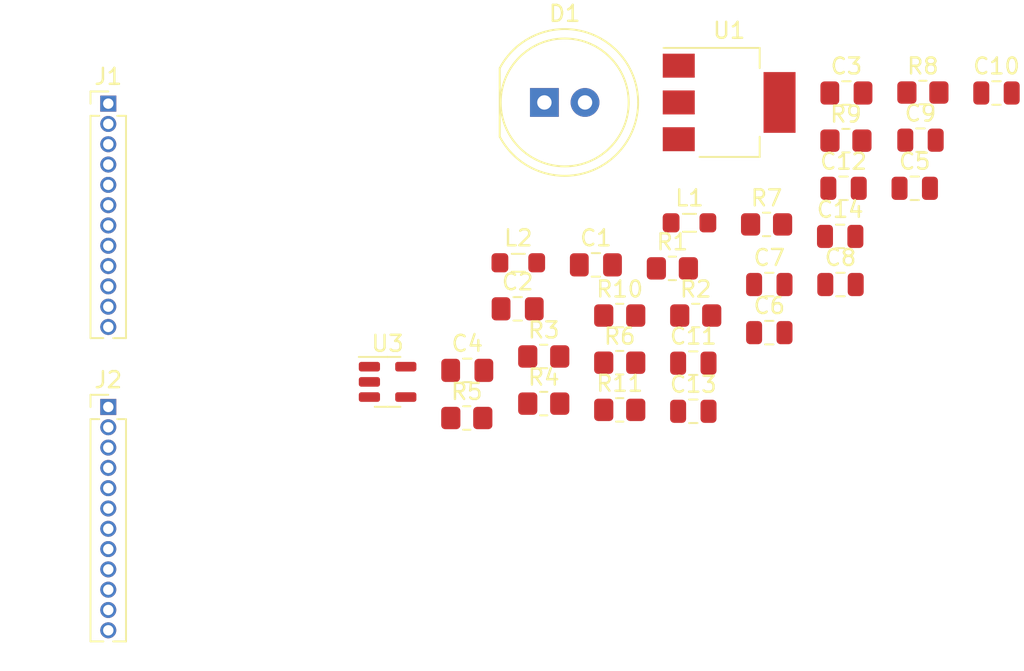
<source format=kicad_pcb>
(kicad_pcb (version 20211014) (generator pcbnew)
  (layers (0 "F.Cu" signal) (31 "B.Cu" signal) (34 "B.Paste" user) (35 "F.Paste" user) (36 "B.SilkS" user "B.Silkscreen") (37 "F.SilkS" user "F.Silkscreen") (38 "B.Mask" user) (39 "F.Mask" user) (44 "Edge.Cuts" user))
  (net 0 "")
  (net 1 "GND")
  (net 2 "+3.3V")
  (net 3 "VBUS")
  (net 4 "Net-(C12-Pad2)")
  (net 5 "Net-(C13-Pad1)")
  (net 6 "+1V8")
  (net 7 "Net-(C3-Pad1)")
  (net 8 "Net-(C3-Pad2)")
  (net 9 "Net-(C4-Pad1)")
  (net 10 "Net-(C4-Pad2)")
  (net 11 "Net-(C5-Pad2)")
  (net 12 "Net-(C8-Pad2)")
  (net 13 "Net-(C10-Pad2)")
  (net 14 "Net-(D1-Pad1)")
  (net 37 "+5V")
  (net 38 "Net-(R2-Pad2)")
  (net 39 "Net-(R3-Pad2)")
  (net 40 "Net-(R4-Pad1)")
  (net 41 "BCKB")
  (net 42 "Net-(R5-Pad1)")
  (net 43 "BCKA")
  (net 44 "Net-(R6-Pad1)")
  (net 45 "LRCKB")
  (net 46 "Net-(R7-Pad1)")
  (net 47 "LRCKA")
  (net 48 "Net-(R8-Pad1)")
  (net 49 "SDINB")
  (net 50 "Net-(R9-Pad1)")
  (net 51 "SDINA")
  (net 52 "Net-(R10-Pad1)")
  (net 53 "SDOUTB")
  (net 54 "Net-(R11-Pad1)")
  (net 55 "SDOUTA")
  (footprint "Connector_PinHeader_1.27mm:PinHeader_1x12_P1.27mm_Vertical" (layer "F.Cu") (at 104.14 76.275)
    (fp_text reference "J1" (at 0 -1.695) (layer "F.SilkS"))
    (fp_text value "Conn_01x12_Male")
    (fp_line (start -1.11 0) (end -1.11 -0.76) (layer "F.SilkS") (width 0.12))
    (fp_line (start 0.563471 0.76) (end 1.11 0.76) (layer "F.SilkS") (width 0.12))
    (fp_line (start 0.30753 14.665) (end 1.11 14.665) (layer "F.SilkS") (width 0.12))
    (fp_line (start -1.11 -0.76) (end 0 -0.76) (layer "F.SilkS") (width 0.12))
    (fp_line (start -1.11 0.76) (end -0.563471 0.76) (layer "F.SilkS") (width 0.12))
    (fp_line (start -1.11 0.76) (end -1.11 14.665) (layer "F.SilkS") (width 0.12))
    (fp_line (start 1.11 0.76) (end 1.11 14.665) (layer "F.SilkS") (width 0.12))
    (fp_line (start -1.11 14.665) (end -0.30753 14.665) (layer "F.SilkS") (width 0.12))
    (pad "1" thru_hole rect (at 0 0) (size 1 1) (drill 0.65) (layers *.Cu *.Mask) (net 3 "VBUS"))
    (pad "2" thru_hole oval (at 0 1.27) (size 1 1) (drill 0.65) (layers *.Cu *.Mask))
    (pad "3" thru_hole oval (at 0 2.54) (size 1 1) (drill 0.65) (layers *.Cu *.Mask))
    (pad "4" thru_hole oval (at 0 3.81) (size 1 1) (drill 0.65) (layers *.Cu *.Mask))
    (pad "5" thru_hole oval (at 0 5.08) (size 1 1) (drill 0.65) (layers *.Cu *.Mask))
    (pad "6" thru_hole oval (at 0 6.35) (size 1 1) (drill 0.65) (layers *.Cu *.Mask))
    (pad "7" thru_hole oval (at 0 7.62) (size 1 1) (drill 0.65) (layers *.Cu *.Mask))
    (pad "8" thru_hole oval (at 0 8.89) (size 1 1) (drill 0.65) (layers *.Cu *.Mask))
    (pad "9" thru_hole oval (at 0 10.16) (size 1 1) (drill 0.65) (layers *.Cu *.Mask))
    (pad "10" thru_hole oval (at 0 11.43) (size 1 1) (drill 0.65) (layers *.Cu *.Mask))
    (pad "11" thru_hole oval (at 0 12.7) (size 1 1) (drill 0.65) (layers *.Cu *.Mask))
    (pad "12" thru_hole oval (at 0 13.97) (size 1 1) (drill 0.65) (layers *.Cu *.Mask) (net 1 "GND"))
  )
  (footprint "Connector_PinHeader_1.27mm:PinHeader_1x12_P1.27mm_Vertical" (layer "F.Cu") (at 104.14 95.25)
    (fp_text reference "J2" (at 0 -1.695) (layer "F.SilkS"))
    (fp_text value "Conn_01x12_Male")
    (fp_line (start 0.563471 0.76) (end 1.11 0.76) (layer "F.SilkS") (width 0.12))
    (fp_line (start 1.11 0.76) (end 1.11 14.665) (layer "F.SilkS") (width 0.12))
    (fp_line (start -1.11 0.76) (end -0.563471 0.76) (layer "F.SilkS") (width 0.12))
    (fp_line (start -1.11 -0.76) (end 0 -0.76) (layer "F.SilkS") (width 0.12))
    (fp_line (start 0.30753 14.665) (end 1.11 14.665) (layer "F.SilkS") (width 0.12))
    (fp_line (start -1.11 0) (end -1.11 -0.76) (layer "F.SilkS") (width 0.12))
    (fp_line (start -1.11 0.76) (end -1.11 14.665) (layer "F.SilkS") (width 0.12))
    (fp_line (start -1.11 14.665) (end -0.30753 14.665) (layer "F.SilkS") (width 0.12))
    (pad "1" thru_hole rect (at 0 0) (size 1 1) (drill 0.65) (layers *.Cu *.Mask))
    (pad "2" thru_hole oval (at 0 1.27) (size 1 1) (drill 0.65) (layers *.Cu *.Mask))
    (pad "3" thru_hole oval (at 0 2.54) (size 1 1) (drill 0.65) (layers *.Cu *.Mask))
    (pad "4" thru_hole oval (at 0 3.81) (size 1 1) (drill 0.65) (layers *.Cu *.Mask))
    (pad "5" thru_hole oval (at 0 5.08) (size 1 1) (drill 0.65) (layers *.Cu *.Mask))
    (pad "6" thru_hole oval (at 0 6.35) (size 1 1) (drill 0.65) (layers *.Cu *.Mask))
    (pad "7" thru_hole oval (at 0 7.62) (size 1 1) (drill 0.65) (layers *.Cu *.Mask))
    (pad "8" thru_hole oval (at 0 8.89) (size 1 1) (drill 0.65) (layers *.Cu *.Mask))
    (pad "9" thru_hole oval (at 0 10.16) (size 1 1) (drill 0.65) (layers *.Cu *.Mask))
    (pad "10" thru_hole oval (at 0 11.43) (size 1 1) (drill 0.65) (layers *.Cu *.Mask))
    (pad "11" thru_hole oval (at 0 12.7) (size 1 1) (drill 0.65) (layers *.Cu *.Mask))
    (pad "12" thru_hole oval (at 0 13.97) (size 1 1) (drill 0.65) (layers *.Cu *.Mask))
  )
  (footprint "Package_TO_SOT_SMD:SOT-23-5" (layer "F.Cu") (at 121.6 93.68)
    (fp_text reference "U3" (at 0 -2.4) (layer "F.SilkS"))
    (fp_text value "TPS79318-EP")
    (fp_line (start 0 1.56) (end -0.8 1.56) (layer "F.SilkS") (width 0.12))
    (fp_line (start 0 -1.56) (end 0.8 -1.56) (layer "F.SilkS") (width 0.12))
    (fp_line (start 0 -1.56) (end -1.8 -1.56) (layer "F.SilkS") (width 0.12))
    (fp_line (start 0 1.56) (end 0.8 1.56) (layer "F.SilkS") (width 0.12))
    (pad "1" smd roundrect (at -1.1375 -0.95) (size 1.325 0.6) (layers "F.Cu" "F.Paste" "F.Mask") (net 2 "+3.3V"))
    (pad "2" smd roundrect (at -1.1375 0) (size 1.325 0.6) (layers "F.Cu" "F.Paste" "F.Mask") (net 4 "Net-(C12-Pad2)"))
    (pad "3" smd roundrect (at -1.1375 0.95) (size 1.325 0.6) (layers "F.Cu" "F.Paste" "F.Mask") (net 2 "+3.3V"))
    (pad "4" smd roundrect (at 1.1375 0.95) (size 1.325 0.6) (layers "F.Cu" "F.Paste" "F.Mask") (net 5 "Net-(C13-Pad1)"))
    (pad "5" smd roundrect (at 1.1375 -0.95) (size 1.325 0.6) (layers "F.Cu" "F.Paste" "F.Mask") (net 6 "+1V8"))
  )
  (footprint "Package_TO_SOT_SMD:SOT-223-3_TabPin2" (layer "F.Cu") (at 142.95 76.2)
    (fp_text reference "U1" (at 0 -4.5) (layer "F.SilkS"))
    (fp_text value "AMS1117-3.3")
    (fp_line (start 1.91 3.41) (end 1.91 2.15) (layer "F.SilkS") (width 0.12))
    (fp_line (start -1.85 3.41) (end 1.91 3.41) (layer "F.SilkS") (width 0.12))
    (fp_line (start -4.1 -3.41) (end 1.91 -3.41) (layer "F.SilkS") (width 0.12))
    (fp_line (start 1.91 -3.41) (end 1.91 -2.15) (layer "F.SilkS") (width 0.12))
    (pad "1" smd rect (at -3.15 -2.3) (size 2 1.5) (layers "F.Cu" "F.Paste" "F.Mask") (net 1 "GND"))
    (pad "2" smd rect (at -3.15 0) (size 2 1.5) (layers "F.Cu" "F.Paste" "F.Mask") (net 2 "+3.3V"))
    (pad "2" smd rect (at 3.15 0) (size 2 3.8) (layers "F.Cu" "F.Paste" "F.Mask") (net 2 "+3.3V"))
    (pad "3" smd rect (at -3.15 2.3) (size 2 1.5) (layers "F.Cu" "F.Paste" "F.Mask") (net 3 "VBUS"))
  )
  (footprint "Capacitor_SMD:C_0805_2012Metric" (layer "F.Cu") (at 149.91 87.59)
    (fp_text reference "C8" (at 0 -1.68) (layer "F.SilkS"))
    (fp_text value "10u")
    (fp_line (start -0.261252 0.735) (end 0.261252 0.735) (layer "F.SilkS") (width 0.12))
    (fp_line (start -0.261252 -0.735) (end 0.261252 -0.735) (layer "F.SilkS") (width 0.12))
    (pad "1" smd roundrect (at -0.95 0) (size 1 1.45) (layers "F.Cu" "F.Paste" "F.Mask") (net 2 "+3.3V"))
    (pad "2" smd roundrect (at 0.95 0) (size 1 1.45) (layers "F.Cu" "F.Paste" "F.Mask") (net 12 "Net-(C8-Pad2)"))
  )
  (footprint "Capacitor_SMD:C_0805_2012Metric" (layer "F.Cu") (at 145.46 87.59)
    (fp_text reference "C7" (at 0 -1.68) (layer "F.SilkS"))
    (fp_text value "100n")
    (fp_line (start -0.261252 0.735) (end 0.261252 0.735) (layer "F.SilkS") (width 0.12))
    (fp_line (start -0.261252 -0.735) (end 0.261252 -0.735) (layer "F.SilkS") (width 0.12))
    (pad "1" smd roundrect (at -0.95 0) (size 1 1.45) (layers "F.Cu" "F.Paste" "F.Mask") (net 2 "+3.3V"))
    (pad "2" smd roundrect (at 0.95 0) (size 1 1.45) (layers "F.Cu" "F.Paste" "F.Mask") (net 11 "Net-(C5-Pad2)"))
  )
  (footprint "Capacitor_SMD:C_0805_2012Metric" (layer "F.Cu") (at 154.91 78.56)
    (fp_text reference "C9" (at 0 -1.68) (layer "F.SilkS"))
    (fp_text value "100n")
    (fp_line (start -0.261252 -0.735) (end 0.261252 -0.735) (layer "F.SilkS") (width 0.12))
    (fp_line (start -0.261252 0.735) (end 0.261252 0.735) (layer "F.SilkS") (width 0.12))
    (pad "1" smd roundrect (at -0.95 0) (size 1 1.45) (layers "F.Cu" "F.Paste" "F.Mask") (net 2 "+3.3V"))
    (pad "2" smd roundrect (at 0.95 0) (size 1 1.45) (layers "F.Cu" "F.Paste" "F.Mask") (net 12 "Net-(C8-Pad2)"))
  )
  (footprint "Capacitor_SMD:C_0805_2012Metric" (layer "F.Cu") (at 149.89 84.58)
    (fp_text reference "C14" (at 0 -1.68) (layer "F.SilkS"))
    (fp_text value "2.2u")
    (fp_line (start -0.261252 0.735) (end 0.261252 0.735) (layer "F.SilkS") (width 0.12))
    (fp_line (start -0.261252 -0.735) (end 0.261252 -0.735) (layer "F.SilkS") (width 0.12))
    (pad "1" smd roundrect (at -0.95 0) (size 1 1.45) (layers "F.Cu" "F.Paste" "F.Mask") (net 6 "+1V8"))
    (pad "2" smd roundrect (at 0.95 0) (size 1 1.45) (layers "F.Cu" "F.Paste" "F.Mask") (net 4 "Net-(C12-Pad2)"))
  )
  (footprint "LED_THT:LED_D8.0mm" (layer "F.Cu") (at 131.4 76.2)
    (fp_text reference "D1" (at 1.27 -5.56) (layer "F.SilkS"))
    (fp_text value "LED")
    (fp_line (start -2.79 -2.142) (end -2.79 2.142) (layer "F.SilkS") (width 0.12))
    (fp_arc (start -2.79 -2.141145) (mid 2.373119 -4.455472) (end 5.86 0.000486) (layer "F.SilkS") (width 0.12))
    (fp_arc (start 5.86 -0.000486) (mid 2.373119 4.455472) (end -2.79 2.141145) (layer "F.SilkS") (width 0.12))
    (fp_circle (center 1.27 0) (end 5.27 0) (layer "F.SilkS") (width 0.12) (fill none))
    (pad "1" thru_hole rect (at 0 0) (size 1.8 1.8) (drill 0.9) (layers *.Cu *.Mask) (net 14 "Net-(D1-Pad1)"))
    (pad "2" thru_hole circle (at 2.54 0) (size 1.8 1.8) (drill 0.9) (layers *.Cu *.Mask) (net 2 "+3.3V"))
  )
  (footprint "Resistor_SMD:R_0805_2012Metric_Pad1.20x1.40mm_HandSolder" (layer "F.Cu") (at 139.4 86.58)
    (fp_text reference "R1" (at 0 -1.65) (layer "F.SilkS"))
    (fp_text value "1k")
    (fp_line (start -0.227064 0.735) (end 0.227064 0.735) (layer "F.SilkS") (width 0.12))
    (fp_line (start -0.227064 -0.735) (end 0.227064 -0.735) (layer "F.SilkS") (width 0.12))
    (pad "1" smd roundrect (at -1 0) (size 1.2 1.4) (layers "F.Cu" "F.Paste" "F.Mask") (roundrect_rratio 0.208333) (net 14 "Net-(D1-Pad1)"))
    (pad "2" smd roundrect (at 1 0) (size 1.2 1.4) (layers "F.Cu" "F.Paste" "F.Mask") (roundrect_rratio 0.208333) (net 1 "GND"))
  )
  (footprint "Resistor_SMD:R_0805_2012Metric_Pad1.20x1.40mm_HandSolder" (layer "F.Cu") (at 150.25 78.59)
    (fp_text reference "R9" (at 0 -1.65) (layer "F.SilkS"))
    (fp_text value "100")
    (fp_line (start -0.227064 -0.735) (end 0.227064 -0.735) (layer "F.SilkS") (width 0.12))
    (fp_line (start -0.227064 0.735) (end 0.227064 0.735) (layer "F.SilkS") (width 0.12))
    (pad "1" smd roundrect (at -1 0) (size 1.2 1.4) (layers "F.Cu" "F.Paste" "F.Mask") (roundrect_rratio 0.208333) (net 50 "Net-(R9-Pad1)"))
    (pad "2" smd roundrect (at 1 0) (size 1.2 1.4) (layers "F.Cu" "F.Paste" "F.Mask") (roundrect_rratio 0.208333) (net 51 "SDINA"))
  )
  (footprint "Capacitor_SMD:C_0805_2012Metric" (layer "F.Cu") (at 154.55 81.57)
    (fp_text reference "C5" (at 0 -1.68) (layer "F.SilkS"))
    (fp_text value "10u")
    (fp_line (start -0.261252 -0.735) (end 0.261252 -0.735) (layer "F.SilkS") (width 0.12))
    (fp_line (start -0.261252 0.735) (end 0.261252 0.735) (layer "F.SilkS") (width 0.12))
    (pad "1" smd roundrect (at -0.95 0) (size 1 1.45) (layers "F.Cu" "F.Paste" "F.Mask") (net 2 "+3.3V"))
    (pad "2" smd roundrect (at 0.95 0) (size 1 1.45) (layers "F.Cu" "F.Paste" "F.Mask") (net 11 "Net-(C5-Pad2)"))
  )
  (footprint "Inductor_SMD:L_0805_2012Metric_Pad1.05x1.20mm_HandSolder" (layer "F.Cu") (at 129.77 86.23)
    (fp_text reference "L2" (at 0 -1.55) (layer "F.SilkS"))
    (fp_text value "47u")
    (fp_line (start -0.410242 0.56) (end 0.410242 0.56) (layer "F.SilkS") (width 0.12))
    (fp_line (start -0.410242 -0.56) (end 0.410242 -0.56) (layer "F.SilkS") (width 0.12))
    (pad "1" smd roundrect (at -1.15 0) (size 1.05 1.2) (layers "F.Cu" "F.Paste" "F.Mask") (roundrect_rratio 0.238095) (net 37 "+5V"))
    (pad "2" smd roundrect (at 1.15 0) (size 1.05 1.2) (layers "F.Cu" "F.Paste" "F.Mask") (roundrect_rratio 0.238095) (net 9 "Net-(C4-Pad1)"))
  )
  (footprint "Resistor_SMD:R_0805_2012Metric_Pad1.20x1.40mm_HandSolder" (layer "F.Cu") (at 131.36 92.09)
    (fp_text reference "R3" (at 0 -1.65) (layer "F.SilkS"))
    (fp_text value "10k")
    (fp_line (start -0.227064 0.735) (end 0.227064 0.735) (layer "F.SilkS") (width 0.12))
    (fp_line (start -0.227064 -0.735) (end 0.227064 -0.735) (layer "F.SilkS") (width 0.12))
    (pad "1" smd roundrect (at -1 0) (size 1.2 1.4) (layers "F.Cu" "F.Paste" "F.Mask") (roundrect_rratio 0.208333) (net 2 "+3.3V"))
    (pad "2" smd roundrect (at 1 0) (size 1.2 1.4) (layers "F.Cu" "F.Paste" "F.Mask") (roundrect_rratio 0.208333) (net 39 "Net-(R3-Pad2)"))
  )
  (footprint "Resistor_SMD:R_0805_2012Metric_Pad1.20x1.40mm_HandSolder" (layer "F.Cu") (at 136.11 89.53)
    (fp_text reference "R10" (at 0 -1.65) (layer "F.SilkS"))
    (fp_text value "100")
    (fp_line (start -0.227064 -0.735) (end 0.227064 -0.735) (layer "F.SilkS") (width 0.12))
    (fp_line (start -0.227064 0.735) (end 0.227064 0.735) (layer "F.SilkS") (width 0.12))
    (pad "1" smd roundrect (at -1 0) (size 1.2 1.4) (layers "F.Cu" "F.Paste" "F.Mask") (roundrect_rratio 0.208333) (net 52 "Net-(R10-Pad1)"))
    (pad "2" smd roundrect (at 1 0) (size 1.2 1.4) (layers "F.Cu" "F.Paste" "F.Mask") (roundrect_rratio 0.208333) (net 53 "SDOUTB"))
  )
  (footprint "Resistor_SMD:R_0805_2012Metric_Pad1.20x1.40mm_HandSolder" (layer "F.Cu") (at 126.55 95.94)
    (fp_text reference "R5" (at 0 -1.65) (layer "F.SilkS"))
    (fp_text value "100")
    (fp_line (start -0.227064 0.735) (end 0.227064 0.735) (layer "F.SilkS") (width 0.12))
    (fp_line (start -0.227064 -0.735) (end 0.227064 -0.735) (layer "F.SilkS") (width 0.12))
    (pad "1" smd roundrect (at -1 0) (size 1.2 1.4) (layers "F.Cu" "F.Paste" "F.Mask") (roundrect_rratio 0.208333) (net 42 "Net-(R5-Pad1)"))
    (pad "2" smd roundrect (at 1 0) (size 1.2 1.4) (layers "F.Cu" "F.Paste" "F.Mask") (roundrect_rratio 0.208333) (net 43 "BCKA"))
  )
  (footprint "Capacitor_SMD:C_0805_2012Metric" (layer "F.Cu") (at 159.66 75.61)
    (fp_text reference "C10" (at 0 -1.68) (layer "F.SilkS"))
    (fp_text value "10u")
    (fp_line (start -0.261252 0.735) (end 0.261252 0.735) (layer "F.SilkS") (width 0.12))
    (fp_line (start -0.261252 -0.735) (end 0.261252 -0.735) (layer "F.SilkS") (width 0.12))
    (pad "1" smd roundrect (at -0.95 0) (size 1 1.45) (layers "F.Cu" "F.Paste" "F.Mask") (net 2 "+3.3V"))
    (pad "2" smd roundrect (at 0.95 0) (size 1 1.45) (layers "F.Cu" "F.Paste" "F.Mask") (net 13 "Net-(C10-Pad2)"))
  )
  (footprint "Resistor_SMD:R_0805_2012Metric_Pad1.20x1.40mm_HandSolder" (layer "F.Cu") (at 145.29 83.83)
    (fp_text reference "R7" (at 0 -1.65) (layer "F.SilkS"))
    (fp_text value "100")
    (fp_line (start -0.227064 0.735) (end 0.227064 0.735) (layer "F.SilkS") (width 0.12))
    (fp_line (start -0.227064 -0.735) (end 0.227064 -0.735) (layer "F.SilkS") (width 0.12))
    (pad "1" smd roundrect (at -1 0) (size 1.2 1.4) (layers "F.Cu" "F.Paste" "F.Mask") (roundrect_rratio 0.208333) (net 46 "Net-(R7-Pad1)"))
    (pad "2" smd roundrect (at 1 0) (size 1.2 1.4) (layers "F.Cu" "F.Paste" "F.Mask") (roundrect_rratio 0.208333) (net 47 "LRCKA"))
  )
  (footprint "Resistor_SMD:R_0805_2012Metric_Pad1.20x1.40mm_HandSolder" (layer "F.Cu") (at 131.36 95.04)
    (fp_text reference "R4" (at 0 -1.65) (layer "F.SilkS"))
    (fp_text value "100")
    (fp_line (start -0.227064 -0.735) (end 0.227064 -0.735) (layer "F.SilkS") (width 0.12))
    (fp_line (start -0.227064 0.735) (end 0.227064 0.735) (layer "F.SilkS") (width 0.12))
    (pad "1" smd roundrect (at -1 0) (size 1.2 1.4) (layers "F.Cu" "F.Paste" "F.Mask") (roundrect_rratio 0.208333) (net 40 "Net-(R4-Pad1)"))
    (pad "2" smd roundrect (at 1 0) (size 1.2 1.4) (layers "F.Cu" "F.Paste" "F.Mask") (roundrect_rratio 0.208333) (net 41 "BCKB"))
  )
  (footprint "Resistor_SMD:R_0805_2012Metric_Pad1.20x1.40mm_HandSolder" (layer "F.Cu") (at 140.86 89.53)
    (fp_text reference "R2" (at 0 -1.65) (layer "F.SilkS"))
    (fp_text value "R")
    (fp_line (start -0.227064 0.735) (end 0.227064 0.735) (layer "F.SilkS") (width 0.12))
    (fp_line (start -0.227064 -0.735) (end 0.227064 -0.735) (layer "F.SilkS") (width 0.12))
    (pad "1" smd roundrect (at -1 0) (size 1.2 1.4) (layers "F.Cu" "F.Paste" "F.Mask") (roundrect_rratio 0.208333) (net 2 "+3.3V"))
    (pad "2" smd roundrect (at 1 0) (size 1.2 1.4) (layers "F.Cu" "F.Paste" "F.Mask") (roundrect_rratio 0.208333) (net 38 "Net-(R2-Pad2)"))
  )
  (footprint "Resistor_SMD:R_0805_2012Metric_Pad1.20x1.40mm_HandSolder" (layer "F.Cu") (at 136.11 92.48)
    (fp_text reference "R6" (at 0 -1.65) (layer "F.SilkS"))
    (fp_text value "100")
    (fp_line (start -0.227064 0.735) (end 0.227064 0.735) (layer "F.SilkS") (width 0.12))
    (fp_line (start -0.227064 -0.735) (end 0.227064 -0.735) (layer "F.SilkS") (width 0.12))
    (pad "1" smd roundrect (at -1 0) (size 1.2 1.4) (layers "F.Cu" "F.Paste" "F.Mask") (roundrect_rratio 0.208333) (net 44 "Net-(R6-Pad1)"))
    (pad "2" smd roundrect (at 1 0) (size 1.2 1.4) (layers "F.Cu" "F.Paste" "F.Mask") (roundrect_rratio 0.208333) (net 45 "LRCKB"))
  )
  (footprint "Resistor_SMD:R_0805_2012Metric_Pad1.20x1.40mm_HandSolder" (layer "F.Cu") (at 136.11 95.43)
    (fp_text reference "R11" (at 0 -1.65) (layer "F.SilkS"))
    (fp_text value "100")
    (fp_line (start -0.227064 -0.735) (end 0.227064 -0.735) (layer "F.SilkS") (width 0.12))
    (fp_line (start -0.227064 0.735) (end 0.227064 0.735) (layer "F.SilkS") (width 0.12))
    (pad "1" smd roundrect (at -1 0) (size 1.2 1.4) (layers "F.Cu" "F.Paste" "F.Mask") (roundrect_rratio 0.208333) (net 54 "Net-(R11-Pad1)"))
    (pad "2" smd roundrect (at 1 0) (size 1.2 1.4) (layers "F.Cu" "F.Paste" "F.Mask") (roundrect_rratio 0.208333) (net 55 "SDOUTA"))
  )
  (footprint "Inductor_SMD:L_0805_2012Metric_Pad1.05x1.20mm_HandSolder" (layer "F.Cu") (at 140.47 83.73)
    (fp_text reference "L1" (at 0 -1.55) (layer "F.SilkS"))
    (fp_text value "47u")
    (fp_line (start -0.410242 -0.56) (end 0.410242 -0.56) (layer "F.SilkS") (width 0.12))
    (fp_line (start -0.410242 0.56) (end 0.410242 0.56) (layer "F.SilkS") (width 0.12))
    (pad "1" smd roundrect (at -1.15 0) (size 1.05 1.2) (layers "F.Cu" "F.Paste" "F.Mask") (roundrect_rratio 0.238095) (net 37 "+5V"))
    (pad "2" smd roundrect (at 1.15 0) (size 1.05 1.2) (layers "F.Cu" "F.Paste" "F.Mask") (roundrect_rratio 0.238095) (net 7 "Net-(C3-Pad1)"))
  )
  (footprint "Capacitor_SMD:C_0805_2012Metric" (layer "F.Cu") (at 145.46 90.6)
    (fp_text reference "C6" (at 0 -1.68) (layer "F.SilkS"))
    (fp_text value ".1u")
    (fp_line (start -0.261252 0.735) (end 0.261252 0.735) (layer "F.SilkS") (width 0.12))
    (fp_line (start -0.261252 -0.735) (end 0.261252 -0.735) (layer "F.SilkS") (width 0.12))
    (pad "1" smd roundrect (at -0.95 0) (size 1 1.45) (layers "F.Cu" "F.Paste" "F.Mask") (net 1 "GND"))
    (pad "2" smd roundrect (at 0.95 0) (size 1 1.45) (layers "F.Cu" "F.Paste" "F.Mask") (net 6 "+1V8"))
  )
  (footprint "Capacitor_SMD:C_0805_2012Metric" (layer "F.Cu") (at 150.1 81.57)
    (fp_text reference "C12" (at 0 -1.68) (layer "F.SilkS"))
    (fp_text value "0.1u")
    (fp_line (start -0.261252 0.735) (end 0.261252 0.735) (layer "F.SilkS") (width 0.12))
    (fp_line (start -0.261252 -0.735) (end 0.261252 -0.735) (layer "F.SilkS") (width 0.12))
    (pad "1" smd roundrect (at -0.95 0) (size 1 1.45) (layers "F.Cu" "F.Paste" "F.Mask") (net 2 "+3.3V"))
    (pad "2" smd roundrect (at 0.95 0) (size 1 1.45) (layers "F.Cu" "F.Paste" "F.Mask") (net 4 "Net-(C12-Pad2)"))
  )
  (footprint "Capacitor_SMD:C_0805_2012Metric_Pad1.18x1.45mm_HandSolder" (layer "F.Cu") (at 126.58 92.96)
    (fp_text reference "C4" (at 0 -1.68) (layer "F.SilkS"))
    (fp_text value "0.1u")
    (fp_line (start -0.261252 -0.735) (end 0.261252 -0.735) (layer "F.SilkS") (width 0.12))
    (fp_line (start -0.261252 0.735) (end 0.261252 0.735) (layer "F.SilkS") (width 0.12))
    (pad "1" smd roundrect (at -1.0375 0) (size 1.175 1.45) (layers "F.Cu" "F.Paste" "F.Mask") (roundrect_rratio 0.212766) (net 9 "Net-(C4-Pad1)"))
    (pad "2" smd roundrect (at 1.0375 0) (size 1.175 1.45) (layers "F.Cu" "F.Paste" "F.Mask") (roundrect_rratio 0.212766) (net 10 "Net-(C4-Pad2)"))
  )
  (footprint "Capacitor_SMD:C_0805_2012Metric_Pad1.18x1.45mm_HandSolder" (layer "F.Cu") (at 129.73 89.11)
    (fp_text reference "C2" (at 0 -1.68) (layer "F.SilkS"))
    (fp_text value "100u")
    (fp_line (start -0.261252 0.735) (end 0.261252 0.735) (layer "F.SilkS") (width 0.12))
    (fp_line (start -0.261252 -0.735) (end 0.261252 -0.735) (layer "F.SilkS") (width 0.12))
    (pad "1" smd roundrect (at -1.0375 0) (size 1.175 1.45) (layers "F.Cu" "F.Paste" "F.Mask") (roundrect_rratio 0.212766) (net 2 "+3.3V"))
    (pad "2" smd roundrect (at 1.0375 0) (size 1.175 1.45) (layers "F.Cu" "F.Paste" "F.Mask") (roundrect_rratio 0.212766) (net 1 "GND"))
  )
  (footprint "Capacitor_SMD:C_0805_2012Metric_Pad1.18x1.45mm_HandSolder" (layer "F.Cu") (at 150.28 75.61)
    (fp_text reference "C3" (at 0 -1.68) (layer "F.SilkS"))
    (fp_text value "0.1u")
    (fp_line (start -0.261252 0.735) (end 0.261252 0.735) (layer "F.SilkS") (width 0.12))
    (fp_line (start -0.261252 -0.735) (end 0.261252 -0.735) (layer "F.SilkS") (width 0.12))
    (pad "1" smd roundrect (at -1.0375 0) (size 1.175 1.45) (layers "F.Cu" "F.Paste" "F.Mask") (roundrect_rratio 0.212766) (net 7 "Net-(C3-Pad1)"))
    (pad "2" smd roundrect (at 1.0375 0) (size 1.175 1.45) (layers "F.Cu" "F.Paste" "F.Mask") (roundrect_rratio 0.212766) (net 8 "Net-(C3-Pad2)"))
  )
  (footprint "Capacitor_SMD:C_0805_2012Metric" (layer "F.Cu") (at 140.71 92.51)
    (fp_text reference "C11" (at 0 -1.68) (layer "F.SilkS"))
    (fp_text value "100n")
    (fp_line (start -0.261252 -0.735) (end 0.261252 -0.735) (layer "F.SilkS") (width 0.12))
    (fp_line (start -0.261252 0.735) (end 0.261252 0.735) (layer "F.SilkS") (width 0.12))
    (pad "1" smd roundrect (at -0.95 0) (size 1 1.45) (layers "F.Cu" "F.Paste" "F.Mask") (net 2 "+3.3V"))
    (pad "2" smd roundrect (at 0.95 0) (size 1 1.45) (layers "F.Cu" "F.Paste" "F.Mask") (net 13 "Net-(C10-Pad2)"))
  )
  (footprint "Capacitor_SMD:C_0805_2012Metric" (layer "F.Cu") (at 140.71 95.52)
    (fp_text reference "C13" (at 0 -1.68) (layer "F.SilkS"))
    (fp_text value "0.01u")
    (fp_line (start -0.261252 -0.735) (end 0.261252 -0.735) (layer "F.SilkS") (width 0.12))
    (fp_line (start -0.261252 0.735) (end 0.261252 0.735) (layer "F.SilkS") (width 0.12))
    (pad "1" smd roundrect (at -0.95 0) (size 1 1.45) (layers "F.Cu" "F.Paste" "F.Mask") (net 5 "Net-(C13-Pad1)"))
    (pad "2" smd roundrect (at 0.95 0) (size 1 1.45) (layers "F.Cu" "F.Paste" "F.Mask") (net 4 "Net-(C12-Pad2)"))
  )
  (footprint "Resistor_SMD:R_0805_2012Metric_Pad1.20x1.40mm_HandSolder" (layer "F.Cu") (at 155.06 75.58)
    (fp_text reference "R8" (at 0 -1.65) (layer "F.SilkS"))
    (fp_text value "100")
    (fp_line (start -0.227064 0.735) (end 0.227064 0.735) (layer "F.SilkS") (width 0.12))
    (fp_line (start -0.227064 -0.735) (end 0.227064 -0.735) (layer "F.SilkS") (width 0.12))
    (pad "1" smd roundrect (at -1 0) (size 1.2 1.4) (layers "F.Cu" "F.Paste" "F.Mask") (roundrect_rratio 0.208333) (net 48 "Net-(R8-Pad1)"))
    (pad "2" smd roundrect (at 1 0) (size 1.2 1.4) (layers "F.Cu" "F.Paste" "F.Mask") (roundrect_rratio 0.208333) (net 49 "SDINB"))
  )
  (footprint "Capacitor_SMD:C_0805_2012Metric_Pad1.18x1.45mm_HandSolder" (layer "F.Cu") (at 134.62 86.36)
    (fp_text reference "C1" (at 0 -1.68) (layer "F.SilkS"))
    (fp_text value "100u")
    (fp_line (start -0.261252 0.735) (end 0.261252 0.735) (layer "F.SilkS") (width 0.12))
    (fp_line (start -0.261252 -0.735) (end 0.261252 -0.735) (layer "F.SilkS") (width 0.12))
    (pad "1" smd roundrect (at -1.0375 0) (size 1.175 1.45) (layers "F.Cu" "F.Paste" "F.Mask") (roundrect_rratio 0.212766) (net 3 "VBUS"))
    (pad "2" smd roundrect (at 1.0375 0) (size 1.175 1.45) (layers "F.Cu" "F.Paste" "F.Mask") (roundrect_rratio 0.212766) (net 1 "GND"))
  )
)
</source>
